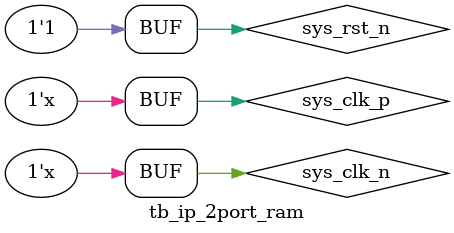
<source format=v>
`timescale 1ns/1ps
module tb_ip_2port_ram();

parameter CLK_PERIOD = 10;
reg sys_clk_p;
reg sys_clk_n;
reg sys_rst_n;
initial begin
    sys_clk_p <= 1'b0;
    sys_clk_n <= 1'b1;
    sys_rst_n <= 1'b0;
    #200
    sys_rst_n <= 1'b1;
end
always #(CLK_PERIOD/2) sys_clk_p <= ~sys_clk_p;
always #(CLK_PERIOD/2) sys_clk_n <= ~sys_clk_n;

ip_2port_ram u_ip_2port_ram(
    .sys_clk_p 	(sys_clk_p  ),
    .sys_clk_n 	(sys_clk_n  ),
    .sys_rst_n 	(sys_rst_n  )
);

endmodule
</source>
